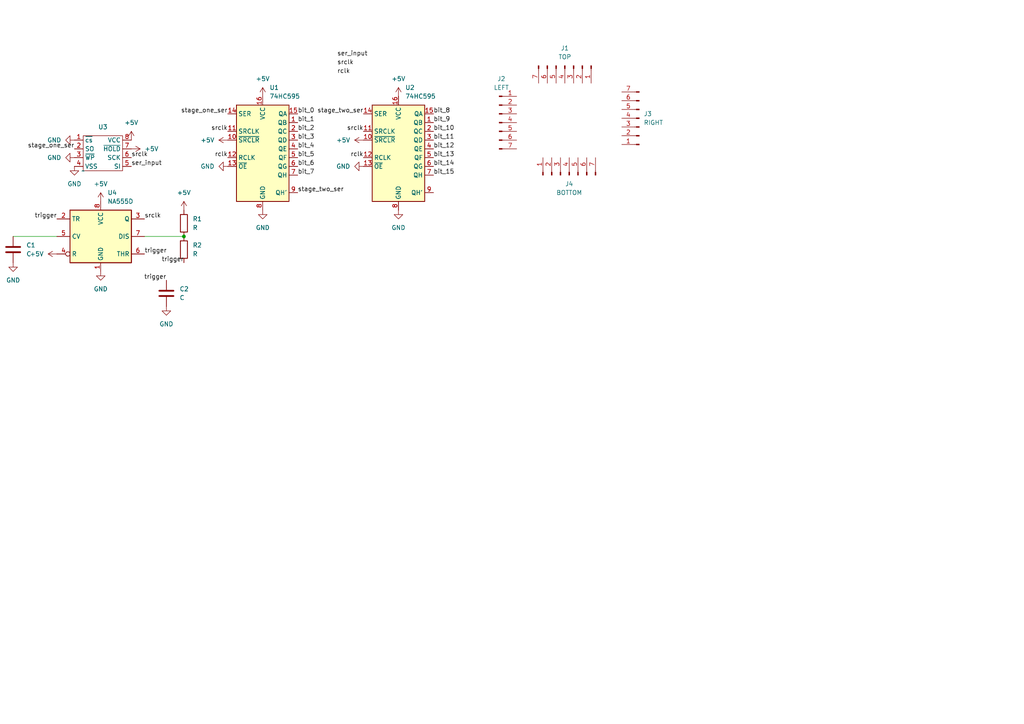
<source format=kicad_sch>
(kicad_sch (version 20230121) (generator eeschema)
  (paper "A4")
  (lib_symbols
    (symbol "74xx:74HC595"
      (property "Reference" "U" (at -7.62 13.97 0))
      (property "Value" "74HC595" (at -7.62 -16.51 0))
      (symbol "74HC595_1_0"
        (pin tri_state line (at 10.16 7.62 180) (length 2.54) (name "QB") (number "1"))
        (pin input line (at -10.16 2.54 0) (length 2.54) (name "~{SRCLR}") (number "10"))
        (pin input line (at -10.16 5.08 0) (length 2.54) (name "SRCLK") (number "11"))
        (pin input line (at -10.16 -2.54 0) (length 2.54) (name "RCLK") (number "12"))
        (pin input line (at -10.16 -5.08 0) (length 2.54) (name "~{OE}") (number "13"))
        (pin input line (at -10.16 10.16 0) (length 2.54) (name "SER") (number "14"))
        (pin tri_state line (at 10.16 10.16 180) (length 2.54) (name "QA") (number "15"))
        (pin power_in line (at 0 15.24 270) (length 2.54) (name "VCC") (number "16"))
        (pin tri_state line (at 10.16 5.08 180) (length 2.54) (name "QC") (number "2"))
        (pin tri_state line (at 10.16 2.54 180) (length 2.54) (name "QD") (number "3"))
        (pin tri_state line (at 10.16 0 180) (length 2.54) (name "QE") (number "4"))
        (pin tri_state line (at 10.16 -2.54 180) (length 2.54) (name "QF") (number "5"))
        (pin tri_state line (at 10.16 -5.08 180) (length 2.54) (name "QG") (number "6"))
        (pin tri_state line (at 10.16 -7.62 180) (length 2.54) (name "QH") (number "7"))
        (pin power_in line (at 0 -17.78 90) (length 2.54) (name "GND") (number "8"))
        (pin output line (at 10.16 -12.7 180) (length 2.54) (name "QH'") (number "9"))
      )
      (symbol "74HC595_1_1"
        (rectangle (start -7.62 12.7) (end 7.62 -15.24) (stroke (width 0.254)) (fill (type background)))
      )
    )
    (symbol "Connector:Conn_01x07_Pin" (pin_names (offset 1.016) hide)
      (property "Reference" "J" (at 0 10.16 0))
      (property "Value" "Conn_01x07_Pin" (at 0 -10.16 0))
      (symbol "Conn_01x07_Pin_1_1"
        (polyline (pts (xy 1.27 -7.62) (xy 0.8636 -7.62)) (stroke (width 0.1524)))
        (polyline (pts (xy 1.27 -5.08) (xy 0.8636 -5.08)) (stroke (width 0.1524)))
        (polyline (pts (xy 1.27 -2.54) (xy 0.8636 -2.54)) (stroke (width 0.1524)))
        (polyline (pts (xy 1.27 0) (xy 0.8636 0)) (stroke (width 0.1524)))
        (polyline (pts (xy 1.27 2.54) (xy 0.8636 2.54)) (stroke (width 0.1524)))
        (polyline (pts (xy 1.27 5.08) (xy 0.8636 5.08)) (stroke (width 0.1524)))
        (polyline (pts (xy 1.27 7.62) (xy 0.8636 7.62)) (stroke (width 0.1524)))
        (rectangle (start 0.8636 -7.493) (end 0 -7.747) (stroke (width 0.1524)) (fill (type outline)))
        (rectangle (start 0.8636 -4.953) (end 0 -5.207) (stroke (width 0.1524)) (fill (type outline)))
        (rectangle (start 0.8636 -2.413) (end 0 -2.667) (stroke (width 0.1524)) (fill (type outline)))
        (rectangle (start 0.8636 0.127) (end 0 -0.127) (stroke (width 0.1524)) (fill (type outline)))
        (rectangle (start 0.8636 2.667) (end 0 2.413) (stroke (width 0.1524)) (fill (type outline)))
        (rectangle (start 0.8636 5.207) (end 0 4.953) (stroke (width 0.1524)) (fill (type outline)))
        (rectangle (start 0.8636 7.747) (end 0 7.493) (stroke (width 0.1524)) (fill (type outline)))
        (pin passive line (at 5.08 7.62 180) (length 3.81) (name "Pin_1") (number "1"))
        (pin passive line (at 5.08 5.08 180) (length 3.81) (name "Pin_2") (number "2"))
        (pin passive line (at 5.08 2.54 180) (length 3.81) (name "Pin_3") (number "3"))
        (pin passive line (at 5.08 0 180) (length 3.81) (name "Pin_4") (number "4"))
        (pin passive line (at 5.08 -2.54 180) (length 3.81) (name "Pin_5") (number "5"))
        (pin passive line (at 5.08 -5.08 180) (length 3.81) (name "Pin_6") (number "6"))
        (pin passive line (at 5.08 -7.62 180) (length 3.81) (name "Pin_7") (number "7"))
      )
    )
    (symbol "Device:C" (pin_numbers hide) (pin_names (offset 0.254))
      (property "Reference" "C" (at 0.635 2.54 0))
      (property "Value" "C" (at 0.635 -2.54 0))
      (symbol "C_0_1"
        (polyline (pts (xy -2.032 -0.762) (xy 2.032 -0.762)) (stroke (width 0.508)))
        (polyline (pts (xy -2.032 0.762) (xy 2.032 0.762)) (stroke (width 0.508)))
      )
      (symbol "C_1_1"
        (pin passive line (at 0 3.81 270) (length 2.794) (name "~") (number "1"))
        (pin passive line (at 0 -3.81 90) (length 2.794) (name "~") (number "2"))
      )
    )
    (symbol "Device:R" (pin_numbers hide) (pin_names (offset 0))
      (property "Reference" "R" (at 2.032 0 90))
      (property "Value" "R" (at 0 0 90))
      (symbol "R_0_1"
        (rectangle (start -1.016 -2.54) (end 1.016 2.54) (stroke (width 0.254)))
      )
      (symbol "R_1_1"
        (pin passive line (at 0 3.81 270) (length 1.27) (name "~") (number "1"))
        (pin passive line (at 0 -3.81 90) (length 1.27) (name "~") (number "2"))
      )
    )
    (symbol "Timer:NA555D"
      (property "Reference" "U" (at -10.16 8.89 0))
      (property "Value" "NA555D" (at 2.54 8.89 0))
      (symbol "NA555D_0_0"
        (pin power_in line (at 0 -10.16 90) (length 2.54) (name "GND") (number "1"))
        (pin power_in line (at 0 10.16 270) (length 2.54) (name "VCC") (number "8"))
      )
      (symbol "NA555D_0_1"
        (rectangle (start -8.89 -7.62) (end 8.89 7.62) (stroke (width 0.254)) (fill (type background)))
        (rectangle (start -8.89 -7.62) (end 8.89 7.62) (stroke (width 0.254)) (fill (type background)))
      )
      (symbol "NA555D_1_1"
        (pin input line (at -12.7 5.08 0) (length 3.81) (name "TR") (number "2"))
        (pin output line (at 12.7 5.08 180) (length 3.81) (name "Q") (number "3"))
        (pin input inverted (at -12.7 -5.08 0) (length 3.81) (name "R") (number "4"))
        (pin input line (at -12.7 0 0) (length 3.81) (name "CV") (number "5"))
        (pin input line (at 12.7 -5.08 180) (length 3.81) (name "THR") (number "6"))
        (pin input line (at 12.7 0 180) (length 3.81) (name "DIS") (number "7"))
      )
    )
    (symbol "my parts:25aa1024"
      (property "Reference" "U" (at 3.81 11.43 0))
      (symbol "25aa1024_0_1"
        (rectangle (start 0 10.16) (end 11.43 0))
      )
      (symbol "25aa1024_1_1"
        (pin input line (at -2.54 8.89 0) (length 2.54) (name "~{cs}") (number "1"))
        (pin input line (at -2.54 6.35 0) (length 2.54) (name "SO") (number "2"))
        (pin input line (at -2.54 3.81 0) (length 2.54) (name "~{WP}") (number "3"))
        (pin power_out line (at -2.54 1.27 0) (length 2.54) (name "VSS") (number "4"))
        (pin input line (at 13.97 1.27 180) (length 2.54) (name "SI") (number "5"))
        (pin input line (at 13.97 3.81 180) (length 2.54) (name "SCK") (number "6"))
        (pin input line (at 13.97 6.35 180) (length 2.54) (name "~{HOLD}") (number "7"))
        (pin power_in line (at 13.97 8.89 180) (length 2.54) (name "VCC") (number "8"))
      )
    )
    (symbol "power:+5V" (power) (pin_names (offset 0))
      (property "Value" "+5V" (at 0 3.556 0))
      (symbol "+5V_0_1"
        (polyline (pts (xy -0.762 1.27) (xy 0 2.54)))
        (polyline (pts (xy 0 0) (xy 0 2.54)))
        (polyline (pts (xy 0 2.54) (xy 0.762 1.27)))
      )
      (symbol "+5V_1_1"
        (pin power_in line (at 0 0 90) (length 0) hide (name "+5V") (number "1"))
      )
    )
    (symbol "power:GND" (power) (pin_names (offset 0))
      (property "Value" "GND" (at 0 -3.81 0))
      (symbol "GND_0_1"
        (polyline (pts (xy 0 0) (xy 0 -1.27) (xy 1.27 -1.27) (xy 0 -2.54) (xy -1.27 -1.27) (xy 0 -1.27)))
      )
      (symbol "GND_1_1"
        (pin power_in line (at 0 0 270) (length 0) hide (name "GND") (number "1"))
      )
    )
  )
  (junction (at 53.34 68.58))
  (wire (pts (xy 41.91 68.58) (xy 53.34 68.58)))
  (wire (pts (xy 3.81 68.58) (xy 16.51 68.58)))
  (label "rclk" (at 97.79 21.59 0))
  (label "bit_13" (at 125.73 45.72 0))
  (label "bit_9" (at 125.73 35.56 0))
  (label "bit_6" (at 86.36 48.26 0))
  (label "stage_one_ser" (at 21.59 43.18 180))
  (label "bit_14" (at 125.73 48.26 0))
  (label "bit_7" (at 86.36 50.8 0))
  (label "bit_12" (at 125.73 43.18 0))
  (label "bit_2" (at 86.36 38.1 0))
  (label "bit_4" (at 86.36 43.18 0))
  (label "bit_1" (at 86.36 35.56 0))
  (label "rclk" (at 105.41 45.72 180))
  (label "bit_0" (at 86.36 33.02 0))
  (label "stage_two_ser" (at 86.36 55.88 0))
  (label "srclk" (at 38.1 45.72 0))
  (label "trigger" (at 53.34 76.2 180))
  (label "ser_input" (at 38.1 48.26 0))
  (label "trigger" (at 41.91 73.66 0))
  (label "rclk" (at 66.04 45.72 180))
  (label "bit_11" (at 125.73 40.64 0))
  (label "srclk" (at 97.79 19.05 0))
  (label "srclk" (at 66.04 38.1 180))
  (label "ser_input" (at 97.79 16.51 0))
  (label "srclk" (at 41.91 63.5 0))
  (label "stage_two_ser" (at 105.41 33.02 180))
  (label "stage_one_ser" (at 66.04 33.02 180))
  (label "bit_10" (at 125.73 38.1 0))
  (label "trigger" (at 16.51 63.5 180))
  (label "bit_3" (at 86.36 40.64 0))
  (label "bit_15" (at 125.73 50.8 0))
  (label "bit_8" (at 125.73 33.02 0))
  (label "bit_5" (at 86.36 45.72 0))
  (label "trigger" (at 48.26 81.28 180))
  (label "srclk" (at 105.41 38.1 180))
  (symbol (lib_id "74xx:74HC595") (at 76.2 43.18 0) (unit 1)
    (property "Reference" "U1" (at 78.1559 25.4 0) (effects (justify left)))
    (property "Value" "74HC595" (at 78.1559 27.94 0) (effects (justify left)))
    (property "Footprint" "Package_SO:SOIC-16_3.9x9.9mm_P1.27mm" (effects hide))
    (property "Datasheet" "http://www.ti.com/lit/ds/symlink/sn74hc595.pdf" (effects hide))
  )
  (symbol (lib_id "power:+5V") (at 16.51 73.66 90) (unit 1)
    (property "Reference" "#PWR012" (effects hide))
    (property "Value" "+5V" (at 12.7 73.66 90) (effects (justify left)))
  )
  (symbol (lib_id "Connector:Conn_01x07_Pin") (at 185.42 34.29 180) (unit 1)
    (property "Reference" "J3" (at 186.69 33.02 0) (effects (justify right)))
    (property "Value" "RIGHT" (at 186.69 35.56 0) (effects (justify right)))
    (property "Footprint" "Connector_PinHeader_2.54mm:PinHeader_1x07_P2.54mm_Vertical" (effects hide))
  )
  (symbol (lib_id "Device:C") (at 48.26 85.09 0) (unit 1)
    (property "Reference" "C2" (at 52.07 83.82 0) (effects (justify left)))
    (property "Value" "C" (at 52.07 86.36 0) (effects (justify left)))
    (property "Footprint" "Capacitor_SMD:C_0603_1608Metric" (effects hide))
  )
  (symbol (lib_id "Device:C") (at 3.81 72.39 0) (unit 1)
    (property "Reference" "C1" (at 7.62 71.12 0) (effects (justify left)))
    (property "Value" "C" (at 7.62 73.66 0) (effects (justify left)))
    (property "Footprint" "Capacitor_SMD:C_0603_1608Metric" (effects hide))
  )
  (symbol (lib_id "power:+5V") (at 115.57 27.94 0) (unit 1)
    (property "Reference" "#PWR02" (effects hide))
    (property "Value" "+5V" (at 115.57 22.86 0))
  )
  (symbol (lib_id "power:GND") (at 66.04 48.26 270) (unit 1)
    (property "Reference" "#PWR016" (effects hide))
    (property "Value" "GND" (at 62.23 48.26 90) (effects (justify right)))
  )
  (symbol (lib_id "power:GND") (at 115.57 60.96 0) (unit 1)
    (property "Reference" "#PWR08" (effects hide))
    (property "Value" "GND" (at 115.57 66.04 0))
  )
  (symbol (lib_id "power:+5V") (at 38.1 43.18 270) (unit 1)
    (property "Reference" "#PWR09" (effects hide))
    (property "Value" "+5V" (at 41.91 43.18 90) (effects (justify left)))
  )
  (symbol (lib_id "power:GND") (at 105.41 48.26 270) (unit 1)
    (property "Reference" "#PWR015" (effects hide))
    (property "Value" "GND" (at 101.6 48.26 90) (effects (justify right)))
  )
  (symbol (lib_id "Timer:NA555D") (at 29.21 68.58 0) (unit 1)
    (property "Reference" "U4" (at 31.1659 55.88 0) (effects (justify left)))
    (property "Value" "NA555D" (at 31.1659 58.42 0) (effects (justify left)))
    (property "Footprint" "Package_SO:SOIC-8_3.9x4.9mm_P1.27mm" (effects hide))
    (property "Datasheet" "http://www.ti.com/lit/ds/symlink/ne555.pdf" (effects hide))
  )
  (symbol (lib_id "power:+5V") (at 29.21 58.42 0) (unit 1)
    (property "Reference" "#PWR03" (effects hide))
    (property "Value" "+5V" (at 29.21 53.34 0))
  )
  (symbol (lib_id "power:GND") (at 21.59 40.64 270) (unit 1)
    (property "Reference" "#PWR011" (effects hide))
    (property "Value" "GND" (at 17.78 40.64 90) (effects (justify right)))
  )
  (symbol (lib_id "power:GND") (at 21.59 45.72 270) (unit 1)
    (property "Reference" "#PWR010" (effects hide))
    (property "Value" "GND" (at 17.78 45.72 90) (effects (justify right)))
  )
  (symbol (lib_id "power:GND") (at 76.2 60.96 0) (unit 1)
    (property "Reference" "#PWR07" (effects hide))
    (property "Value" "GND" (at 76.2 66.04 0))
  )
  (symbol (lib_id "power:GND") (at 3.81 76.2 0) (unit 1)
    (property "Reference" "#PWR018" (effects hide))
    (property "Value" "GND" (at 3.81 81.28 0))
  )
  (symbol (lib_id "power:+5V") (at 53.34 60.96 0) (unit 1)
    (property "Reference" "#PWR017" (effects hide))
    (property "Value" "+5V" (at 53.34 55.88 0))
  )
  (symbol (lib_id "power:+5V") (at 38.1 40.64 0) (unit 1)
    (property "Reference" "#PWR04" (effects hide))
    (property "Value" "+5V" (at 38.1 35.56 0))
  )
  (symbol (lib_id "power:+5V") (at 76.2 27.94 0) (unit 1)
    (property "Reference" "#PWR01" (effects hide))
    (property "Value" "+5V" (at 76.2 22.86 0))
  )
  (symbol (lib_id "Device:R") (at 53.34 72.39 0) (unit 1)
    (property "Reference" "R2" (at 55.88 71.12 0) (effects (justify left)))
    (property "Value" "R" (at 55.88 73.66 0) (effects (justify left)))
    (property "Footprint" "Capacitor_SMD:C_0603_1608Metric" (effects hide))
  )
  (symbol (lib_id "power:+5V") (at 66.04 40.64 90) (unit 1)
    (property "Reference" "#PWR014" (effects hide))
    (property "Value" "+5V" (at 62.23 40.64 90) (effects (justify left)))
  )
  (symbol (lib_id "Connector:Conn_01x07_Pin") (at 144.78 35.56 0) (unit 1)
    (property "Reference" "J2" (at 145.415 22.86 0))
    (property "Value" "LEFT" (at 145.415 25.4 0))
    (property "Footprint" "Connector_PinHeader_2.54mm:PinHeader_1x07_P2.54mm_Vertical" (effects hide))
  )
  (symbol (lib_id "Connector:Conn_01x07_Pin") (at 165.1 50.8 90) (unit 1)
    (property "Reference" "J4" (at 165.1 53.34 90))
    (property "Value" "BOTTOM" (at 165.1 55.88 90))
    (property "Footprint" "Connector_PinHeader_2.54mm:PinHeader_1x07_P2.54mm_Vertical" (effects hide))
  )
  (symbol (lib_id "Device:R") (at 53.34 64.77 0) (unit 1)
    (property "Reference" "R1" (at 55.88 63.5 0) (effects (justify left)))
    (property "Value" "R" (at 55.88 66.04 0) (effects (justify left)))
    (property "Footprint" "Capacitor_SMD:C_0603_1608Metric" (effects hide))
  )
  (symbol (lib_id "power:GND") (at 21.59 48.26 0) (unit 1)
    (property "Reference" "#PWR05" (effects hide))
    (property "Value" "GND" (at 21.59 53.34 0))
  )
  (symbol (lib_id "power:GND") (at 48.26 88.9 0) (unit 1)
    (property "Reference" "#PWR019" (effects hide))
    (property "Value" "GND" (at 48.26 93.98 0))
  )
  (symbol (lib_id "power:GND") (at 29.21 78.74 0) (unit 1)
    (property "Reference" "#PWR06" (effects hide))
    (property "Value" "GND" (at 29.21 83.82 0))
  )
  (symbol (lib_id "74xx:74HC595") (at 115.57 43.18 0) (unit 1)
    (property "Reference" "U2" (at 117.5259 25.4 0) (effects (justify left)))
    (property "Value" "74HC595" (at 117.5259 27.94 0) (effects (justify left)))
    (property "Footprint" "Package_SO:SOIC-16_3.9x9.9mm_P1.27mm" (effects hide))
    (property "Datasheet" "http://www.ti.com/lit/ds/symlink/sn74hc595.pdf" (effects hide))
  )
  (symbol (lib_id "power:+5V") (at 105.41 40.64 90) (unit 1)
    (property "Reference" "#PWR013" (effects hide))
    (property "Value" "+5V" (at 101.6 40.64 90) (effects (justify left)))
  )
  (symbol (lib_id "Connector:Conn_01x07_Pin") (at 163.83 19.05 270) (unit 1)
    (property "Reference" "J1" (at 163.83 13.97 90))
    (property "Value" "TOP" (at 163.83 16.51 90))
    (property "Footprint" "Connector_PinHeader_2.54mm:PinHeader_1x07_P2.54mm_Vertical" (effects hide))
  )
  (symbol (lib_id "my parts:25aa1024") (at 24.13 49.53 0) (unit 1)
    (property "Reference" "U3" (at 29.845 36.83 0))
    (property "Value" "~" (at 24.13 49.53 0))
    (property "Footprint" "Package_DIP:DIP-8_W7.62mm" (effects hide))
  )
)
</source>
